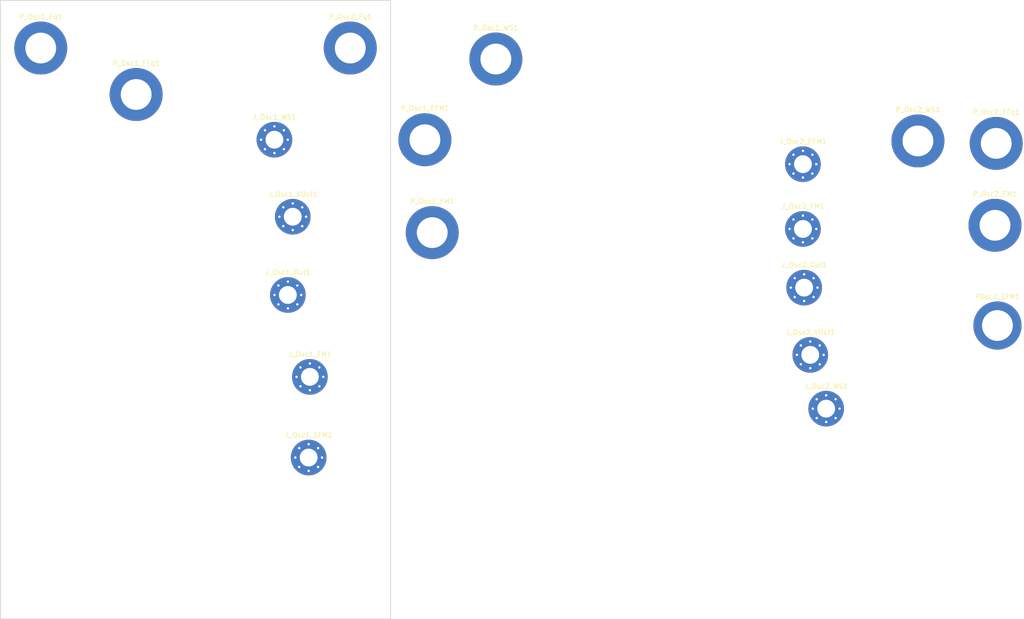
<source format=kicad_pcb>
(kicad_pcb (version 4) (host pcbnew 4.0.4-stable)

  (general
    (links 0)
    (no_connects 0)
    (area 0 0 0 0)
    (thickness 1.6)
    (drawings 4)
    (tracks 0)
    (zones 0)
    (modules 20)
    (nets 1)
  )

  (page A4)
  (layers
    (0 F.Cu signal)
    (31 B.Cu signal)
    (32 B.Adhes user)
    (33 F.Adhes user)
    (34 B.Paste user)
    (35 F.Paste user)
    (36 B.SilkS user)
    (37 F.SilkS user)
    (38 B.Mask user)
    (39 F.Mask user)
    (40 Dwgs.User user)
    (41 Cmts.User user)
    (42 Eco1.User user)
    (43 Eco2.User user)
    (44 Edge.Cuts user)
    (45 Margin user)
    (46 B.CrtYd user)
    (47 F.CrtYd user)
    (48 B.Fab user)
    (49 F.Fab user)
  )

  (setup
    (last_trace_width 0.25)
    (trace_clearance 0.2)
    (zone_clearance 0.508)
    (zone_45_only no)
    (trace_min 0.2)
    (segment_width 0.2)
    (edge_width 0.15)
    (via_size 0.6)
    (via_drill 0.4)
    (via_min_size 0.4)
    (via_min_drill 0.3)
    (uvia_size 0.3)
    (uvia_drill 0.1)
    (uvias_allowed no)
    (uvia_min_size 0.2)
    (uvia_min_drill 0.1)
    (pcb_text_width 0.3)
    (pcb_text_size 1.5 1.5)
    (mod_edge_width 0.15)
    (mod_text_size 1 1)
    (mod_text_width 0.15)
    (pad_size 1.524 1.524)
    (pad_drill 0.762)
    (pad_to_mask_clearance 0.2)
    (aux_axis_origin 0 0)
    (visible_elements FFFFFF7F)
    (pcbplotparams
      (layerselection 0x00030_80000001)
      (usegerberextensions false)
      (excludeedgelayer true)
      (linewidth 0.100000)
      (plotframeref false)
      (viasonmask false)
      (mode 1)
      (useauxorigin false)
      (hpglpennumber 1)
      (hpglpenspeed 20)
      (hpglpendiameter 15)
      (hpglpenoverlay 2)
      (psnegative false)
      (psa4output false)
      (plotreference true)
      (plotvalue true)
      (plotinvisibletext false)
      (padsonsilk false)
      (subtractmaskfromsilk false)
      (outputformat 1)
      (mirror false)
      (drillshape 1)
      (scaleselection 1)
      (outputdirectory ""))
  )

  (net 0 "")

  (net_class Default "This is the default net class."
    (clearance 0.2)
    (trace_width 0.25)
    (via_dia 0.6)
    (via_drill 0.4)
    (uvia_dia 0.3)
    (uvia_drill 0.1)
  )

  (module Mounting_Holes:MountingHole_3.7mm_Pad_Via (layer F.Cu) (tedit 56DDBE44) (tstamp 58BC7270)
    (at 92.964 123.19)
    (descr "Mounting Hole 3.7mm")
    (tags "mounting hole 3.7mm")
    (path /58BC7497)
    (fp_text reference J_Osc1_EFM1 (at 0 -4.7) (layer F.SilkS)
      (effects (font (size 1 1) (thickness 0.15)))
    )
    (fp_text value CONN_01X01 (at 0 4.7) (layer F.Fab)
      (effects (font (size 1 1) (thickness 0.15)))
    )
    (fp_circle (center 0 0) (end 3.7 0) (layer Cmts.User) (width 0.15))
    (fp_circle (center 0 0) (end 3.95 0) (layer F.CrtYd) (width 0.05))
    (pad 1 thru_hole circle (at 0 0) (size 7.4 7.4) (drill 3.7) (layers *.Cu *.Mask))
    (pad "" thru_hole circle (at 2.775 0) (size 0.6 0.6) (drill 0.5) (layers *.Cu *.Mask))
    (pad "" thru_hole circle (at 1.962221 1.962221) (size 0.6 0.6) (drill 0.5) (layers *.Cu *.Mask))
    (pad "" thru_hole circle (at 0 2.775) (size 0.6 0.6) (drill 0.5) (layers *.Cu *.Mask))
    (pad "" thru_hole circle (at -1.962221 1.962221) (size 0.6 0.6) (drill 0.5) (layers *.Cu *.Mask))
    (pad "" thru_hole circle (at -2.775 0) (size 0.6 0.6) (drill 0.5) (layers *.Cu *.Mask))
    (pad "" thru_hole circle (at -1.962221 -1.962221) (size 0.6 0.6) (drill 0.5) (layers *.Cu *.Mask))
    (pad "" thru_hole circle (at 0 -2.775) (size 0.6 0.6) (drill 0.5) (layers *.Cu *.Mask))
    (pad "" thru_hole circle (at 1.962221 -1.962221) (size 0.6 0.6) (drill 0.5) (layers *.Cu *.Mask))
  )

  (module Mounting_Holes:MountingHole_3.7mm_Pad_Via (layer F.Cu) (tedit 56DDBE44) (tstamp 58BC727F)
    (at 93.218 106.426)
    (descr "Mounting Hole 3.7mm")
    (tags "mounting hole 3.7mm")
    (path /58BC74E9)
    (fp_text reference J_Osc1_FM1 (at 0 -4.7) (layer F.SilkS)
      (effects (font (size 1 1) (thickness 0.15)))
    )
    (fp_text value CONN_01X01 (at 0 4.7) (layer F.Fab)
      (effects (font (size 1 1) (thickness 0.15)))
    )
    (fp_circle (center 0 0) (end 3.7 0) (layer Cmts.User) (width 0.15))
    (fp_circle (center 0 0) (end 3.95 0) (layer F.CrtYd) (width 0.05))
    (pad 1 thru_hole circle (at 0 0) (size 7.4 7.4) (drill 3.7) (layers *.Cu *.Mask))
    (pad "" thru_hole circle (at 2.775 0) (size 0.6 0.6) (drill 0.5) (layers *.Cu *.Mask))
    (pad "" thru_hole circle (at 1.962221 1.962221) (size 0.6 0.6) (drill 0.5) (layers *.Cu *.Mask))
    (pad "" thru_hole circle (at 0 2.775) (size 0.6 0.6) (drill 0.5) (layers *.Cu *.Mask))
    (pad "" thru_hole circle (at -1.962221 1.962221) (size 0.6 0.6) (drill 0.5) (layers *.Cu *.Mask))
    (pad "" thru_hole circle (at -2.775 0) (size 0.6 0.6) (drill 0.5) (layers *.Cu *.Mask))
    (pad "" thru_hole circle (at -1.962221 -1.962221) (size 0.6 0.6) (drill 0.5) (layers *.Cu *.Mask))
    (pad "" thru_hole circle (at 0 -2.775) (size 0.6 0.6) (drill 0.5) (layers *.Cu *.Mask))
    (pad "" thru_hole circle (at 1.962221 -1.962221) (size 0.6 0.6) (drill 0.5) (layers *.Cu *.Mask))
  )

  (module Mounting_Holes:MountingHole_3.7mm_Pad_Via (layer F.Cu) (tedit 56DDBE44) (tstamp 58BC728E)
    (at 88.646 89.408)
    (descr "Mounting Hole 3.7mm")
    (tags "mounting hole 3.7mm")
    (path /58BC7594)
    (fp_text reference J_Osc1_Out1 (at 0 -4.7) (layer F.SilkS)
      (effects (font (size 1 1) (thickness 0.15)))
    )
    (fp_text value CONN_01X01 (at 0 4.7) (layer F.Fab)
      (effects (font (size 1 1) (thickness 0.15)))
    )
    (fp_circle (center 0 0) (end 3.7 0) (layer Cmts.User) (width 0.15))
    (fp_circle (center 0 0) (end 3.95 0) (layer F.CrtYd) (width 0.05))
    (pad 1 thru_hole circle (at 0 0) (size 7.4 7.4) (drill 3.7) (layers *.Cu *.Mask))
    (pad "" thru_hole circle (at 2.775 0) (size 0.6 0.6) (drill 0.5) (layers *.Cu *.Mask))
    (pad "" thru_hole circle (at 1.962221 1.962221) (size 0.6 0.6) (drill 0.5) (layers *.Cu *.Mask))
    (pad "" thru_hole circle (at 0 2.775) (size 0.6 0.6) (drill 0.5) (layers *.Cu *.Mask))
    (pad "" thru_hole circle (at -1.962221 1.962221) (size 0.6 0.6) (drill 0.5) (layers *.Cu *.Mask))
    (pad "" thru_hole circle (at -2.775 0) (size 0.6 0.6) (drill 0.5) (layers *.Cu *.Mask))
    (pad "" thru_hole circle (at -1.962221 -1.962221) (size 0.6 0.6) (drill 0.5) (layers *.Cu *.Mask))
    (pad "" thru_hole circle (at 0 -2.775) (size 0.6 0.6) (drill 0.5) (layers *.Cu *.Mask))
    (pad "" thru_hole circle (at 1.962221 -1.962221) (size 0.6 0.6) (drill 0.5) (layers *.Cu *.Mask))
  )

  (module Mounting_Holes:MountingHole_3.7mm_Pad_Via (layer F.Cu) (tedit 56DDBE44) (tstamp 58BC729D)
    (at 89.662 73.152)
    (descr "Mounting Hole 3.7mm")
    (tags "mounting hole 3.7mm")
    (path /58BC753C)
    (fp_text reference J_Osc1_VOct1 (at 0 -4.7) (layer F.SilkS)
      (effects (font (size 1 1) (thickness 0.15)))
    )
    (fp_text value CONN_01X01 (at 0 4.7) (layer F.Fab)
      (effects (font (size 1 1) (thickness 0.15)))
    )
    (fp_circle (center 0 0) (end 3.7 0) (layer Cmts.User) (width 0.15))
    (fp_circle (center 0 0) (end 3.95 0) (layer F.CrtYd) (width 0.05))
    (pad 1 thru_hole circle (at 0 0) (size 7.4 7.4) (drill 3.7) (layers *.Cu *.Mask))
    (pad "" thru_hole circle (at 2.775 0) (size 0.6 0.6) (drill 0.5) (layers *.Cu *.Mask))
    (pad "" thru_hole circle (at 1.962221 1.962221) (size 0.6 0.6) (drill 0.5) (layers *.Cu *.Mask))
    (pad "" thru_hole circle (at 0 2.775) (size 0.6 0.6) (drill 0.5) (layers *.Cu *.Mask))
    (pad "" thru_hole circle (at -1.962221 1.962221) (size 0.6 0.6) (drill 0.5) (layers *.Cu *.Mask))
    (pad "" thru_hole circle (at -2.775 0) (size 0.6 0.6) (drill 0.5) (layers *.Cu *.Mask))
    (pad "" thru_hole circle (at -1.962221 -1.962221) (size 0.6 0.6) (drill 0.5) (layers *.Cu *.Mask))
    (pad "" thru_hole circle (at 0 -2.775) (size 0.6 0.6) (drill 0.5) (layers *.Cu *.Mask))
    (pad "" thru_hole circle (at 1.962221 -1.962221) (size 0.6 0.6) (drill 0.5) (layers *.Cu *.Mask))
  )

  (module Mounting_Holes:MountingHole_3.7mm_Pad_Via (layer F.Cu) (tedit 56DDBE44) (tstamp 58BC72AC)
    (at 85.852 57.15)
    (descr "Mounting Hole 3.7mm")
    (tags "mounting hole 3.7mm")
    (path /58BC743E)
    (fp_text reference J_Osc1_WS1 (at 0 -4.7) (layer F.SilkS)
      (effects (font (size 1 1) (thickness 0.15)))
    )
    (fp_text value CONN_01X01 (at 0 4.7) (layer F.Fab)
      (effects (font (size 1 1) (thickness 0.15)))
    )
    (fp_circle (center 0 0) (end 3.7 0) (layer Cmts.User) (width 0.15))
    (fp_circle (center 0 0) (end 3.95 0) (layer F.CrtYd) (width 0.05))
    (pad 1 thru_hole circle (at 0 0) (size 7.4 7.4) (drill 3.7) (layers *.Cu *.Mask))
    (pad "" thru_hole circle (at 2.775 0) (size 0.6 0.6) (drill 0.5) (layers *.Cu *.Mask))
    (pad "" thru_hole circle (at 1.962221 1.962221) (size 0.6 0.6) (drill 0.5) (layers *.Cu *.Mask))
    (pad "" thru_hole circle (at 0 2.775) (size 0.6 0.6) (drill 0.5) (layers *.Cu *.Mask))
    (pad "" thru_hole circle (at -1.962221 1.962221) (size 0.6 0.6) (drill 0.5) (layers *.Cu *.Mask))
    (pad "" thru_hole circle (at -2.775 0) (size 0.6 0.6) (drill 0.5) (layers *.Cu *.Mask))
    (pad "" thru_hole circle (at -1.962221 -1.962221) (size 0.6 0.6) (drill 0.5) (layers *.Cu *.Mask))
    (pad "" thru_hole circle (at 0 -2.775) (size 0.6 0.6) (drill 0.5) (layers *.Cu *.Mask))
    (pad "" thru_hole circle (at 1.962221 -1.962221) (size 0.6 0.6) (drill 0.5) (layers *.Cu *.Mask))
  )

  (module Mounting_Holes:MountingHole_3.7mm_Pad_Via (layer F.Cu) (tedit 56DDBE44) (tstamp 58BC72BB)
    (at 195.58 62.23)
    (descr "Mounting Hole 3.7mm")
    (tags "mounting hole 3.7mm")
    (path /58BC7717)
    (fp_text reference J_Osc2_EFM1 (at 0 -4.7) (layer F.SilkS)
      (effects (font (size 1 1) (thickness 0.15)))
    )
    (fp_text value CONN_01X01 (at 0 4.7) (layer F.Fab)
      (effects (font (size 1 1) (thickness 0.15)))
    )
    (fp_circle (center 0 0) (end 3.7 0) (layer Cmts.User) (width 0.15))
    (fp_circle (center 0 0) (end 3.95 0) (layer F.CrtYd) (width 0.05))
    (pad 1 thru_hole circle (at 0 0) (size 7.4 7.4) (drill 3.7) (layers *.Cu *.Mask))
    (pad "" thru_hole circle (at 2.775 0) (size 0.6 0.6) (drill 0.5) (layers *.Cu *.Mask))
    (pad "" thru_hole circle (at 1.962221 1.962221) (size 0.6 0.6) (drill 0.5) (layers *.Cu *.Mask))
    (pad "" thru_hole circle (at 0 2.775) (size 0.6 0.6) (drill 0.5) (layers *.Cu *.Mask))
    (pad "" thru_hole circle (at -1.962221 1.962221) (size 0.6 0.6) (drill 0.5) (layers *.Cu *.Mask))
    (pad "" thru_hole circle (at -2.775 0) (size 0.6 0.6) (drill 0.5) (layers *.Cu *.Mask))
    (pad "" thru_hole circle (at -1.962221 -1.962221) (size 0.6 0.6) (drill 0.5) (layers *.Cu *.Mask))
    (pad "" thru_hole circle (at 0 -2.775) (size 0.6 0.6) (drill 0.5) (layers *.Cu *.Mask))
    (pad "" thru_hole circle (at 1.962221 -1.962221) (size 0.6 0.6) (drill 0.5) (layers *.Cu *.Mask))
  )

  (module Mounting_Holes:MountingHole_3.7mm_Pad_Via (layer F.Cu) (tedit 56DDBE44) (tstamp 58BC72CA)
    (at 195.58 75.692)
    (descr "Mounting Hole 3.7mm")
    (tags "mounting hole 3.7mm")
    (path /58BC7774)
    (fp_text reference J_Osc2_FM1 (at 0 -4.7) (layer F.SilkS)
      (effects (font (size 1 1) (thickness 0.15)))
    )
    (fp_text value CONN_01X01 (at 0 4.7) (layer F.Fab)
      (effects (font (size 1 1) (thickness 0.15)))
    )
    (fp_circle (center 0 0) (end 3.7 0) (layer Cmts.User) (width 0.15))
    (fp_circle (center 0 0) (end 3.95 0) (layer F.CrtYd) (width 0.05))
    (pad 1 thru_hole circle (at 0 0) (size 7.4 7.4) (drill 3.7) (layers *.Cu *.Mask))
    (pad "" thru_hole circle (at 2.775 0) (size 0.6 0.6) (drill 0.5) (layers *.Cu *.Mask))
    (pad "" thru_hole circle (at 1.962221 1.962221) (size 0.6 0.6) (drill 0.5) (layers *.Cu *.Mask))
    (pad "" thru_hole circle (at 0 2.775) (size 0.6 0.6) (drill 0.5) (layers *.Cu *.Mask))
    (pad "" thru_hole circle (at -1.962221 1.962221) (size 0.6 0.6) (drill 0.5) (layers *.Cu *.Mask))
    (pad "" thru_hole circle (at -2.775 0) (size 0.6 0.6) (drill 0.5) (layers *.Cu *.Mask))
    (pad "" thru_hole circle (at -1.962221 -1.962221) (size 0.6 0.6) (drill 0.5) (layers *.Cu *.Mask))
    (pad "" thru_hole circle (at 0 -2.775) (size 0.6 0.6) (drill 0.5) (layers *.Cu *.Mask))
    (pad "" thru_hole circle (at 1.962221 -1.962221) (size 0.6 0.6) (drill 0.5) (layers *.Cu *.Mask))
  )

  (module Mounting_Holes:MountingHole_3.7mm_Pad_Via (layer F.Cu) (tedit 56DDBE44) (tstamp 58BC72D9)
    (at 195.834 87.884)
    (descr "Mounting Hole 3.7mm")
    (tags "mounting hole 3.7mm")
    (path /58BC783D)
    (fp_text reference J_Osc2_Out1 (at 0 -4.7) (layer F.SilkS)
      (effects (font (size 1 1) (thickness 0.15)))
    )
    (fp_text value CONN_01X01 (at 0 4.7) (layer F.Fab)
      (effects (font (size 1 1) (thickness 0.15)))
    )
    (fp_circle (center 0 0) (end 3.7 0) (layer Cmts.User) (width 0.15))
    (fp_circle (center 0 0) (end 3.95 0) (layer F.CrtYd) (width 0.05))
    (pad 1 thru_hole circle (at 0 0) (size 7.4 7.4) (drill 3.7) (layers *.Cu *.Mask))
    (pad "" thru_hole circle (at 2.775 0) (size 0.6 0.6) (drill 0.5) (layers *.Cu *.Mask))
    (pad "" thru_hole circle (at 1.962221 1.962221) (size 0.6 0.6) (drill 0.5) (layers *.Cu *.Mask))
    (pad "" thru_hole circle (at 0 2.775) (size 0.6 0.6) (drill 0.5) (layers *.Cu *.Mask))
    (pad "" thru_hole circle (at -1.962221 1.962221) (size 0.6 0.6) (drill 0.5) (layers *.Cu *.Mask))
    (pad "" thru_hole circle (at -2.775 0) (size 0.6 0.6) (drill 0.5) (layers *.Cu *.Mask))
    (pad "" thru_hole circle (at -1.962221 -1.962221) (size 0.6 0.6) (drill 0.5) (layers *.Cu *.Mask))
    (pad "" thru_hole circle (at 0 -2.775) (size 0.6 0.6) (drill 0.5) (layers *.Cu *.Mask))
    (pad "" thru_hole circle (at 1.962221 -1.962221) (size 0.6 0.6) (drill 0.5) (layers *.Cu *.Mask))
  )

  (module Mounting_Holes:MountingHole_3.7mm_Pad_Via (layer F.Cu) (tedit 56DDBE44) (tstamp 58BC72E8)
    (at 197.104 101.854)
    (descr "Mounting Hole 3.7mm")
    (tags "mounting hole 3.7mm")
    (path /58BC77D8)
    (fp_text reference J_Osc2_VOct1 (at 0 -4.7) (layer F.SilkS)
      (effects (font (size 1 1) (thickness 0.15)))
    )
    (fp_text value CONN_01X01 (at 0 4.7) (layer F.Fab)
      (effects (font (size 1 1) (thickness 0.15)))
    )
    (fp_circle (center 0 0) (end 3.7 0) (layer Cmts.User) (width 0.15))
    (fp_circle (center 0 0) (end 3.95 0) (layer F.CrtYd) (width 0.05))
    (pad 1 thru_hole circle (at 0 0) (size 7.4 7.4) (drill 3.7) (layers *.Cu *.Mask))
    (pad "" thru_hole circle (at 2.775 0) (size 0.6 0.6) (drill 0.5) (layers *.Cu *.Mask))
    (pad "" thru_hole circle (at 1.962221 1.962221) (size 0.6 0.6) (drill 0.5) (layers *.Cu *.Mask))
    (pad "" thru_hole circle (at 0 2.775) (size 0.6 0.6) (drill 0.5) (layers *.Cu *.Mask))
    (pad "" thru_hole circle (at -1.962221 1.962221) (size 0.6 0.6) (drill 0.5) (layers *.Cu *.Mask))
    (pad "" thru_hole circle (at -2.775 0) (size 0.6 0.6) (drill 0.5) (layers *.Cu *.Mask))
    (pad "" thru_hole circle (at -1.962221 -1.962221) (size 0.6 0.6) (drill 0.5) (layers *.Cu *.Mask))
    (pad "" thru_hole circle (at 0 -2.775) (size 0.6 0.6) (drill 0.5) (layers *.Cu *.Mask))
    (pad "" thru_hole circle (at 1.962221 -1.962221) (size 0.6 0.6) (drill 0.5) (layers *.Cu *.Mask))
  )

  (module Mounting_Holes:MountingHole_3.7mm_Pad_Via (layer F.Cu) (tedit 56DDBE44) (tstamp 58BC72F7)
    (at 200.406 113.03)
    (descr "Mounting Hole 3.7mm")
    (tags "mounting hole 3.7mm")
    (path /58BC76C3)
    (fp_text reference J_Osc2_WS1 (at 0 -4.7) (layer F.SilkS)
      (effects (font (size 1 1) (thickness 0.15)))
    )
    (fp_text value CONN_01X01 (at 0 4.7) (layer F.Fab)
      (effects (font (size 1 1) (thickness 0.15)))
    )
    (fp_circle (center 0 0) (end 3.7 0) (layer Cmts.User) (width 0.15))
    (fp_circle (center 0 0) (end 3.95 0) (layer F.CrtYd) (width 0.05))
    (pad 1 thru_hole circle (at 0 0) (size 7.4 7.4) (drill 3.7) (layers *.Cu *.Mask))
    (pad "" thru_hole circle (at 2.775 0) (size 0.6 0.6) (drill 0.5) (layers *.Cu *.Mask))
    (pad "" thru_hole circle (at 1.962221 1.962221) (size 0.6 0.6) (drill 0.5) (layers *.Cu *.Mask))
    (pad "" thru_hole circle (at 0 2.775) (size 0.6 0.6) (drill 0.5) (layers *.Cu *.Mask))
    (pad "" thru_hole circle (at -1.962221 1.962221) (size 0.6 0.6) (drill 0.5) (layers *.Cu *.Mask))
    (pad "" thru_hole circle (at -2.775 0) (size 0.6 0.6) (drill 0.5) (layers *.Cu *.Mask))
    (pad "" thru_hole circle (at -1.962221 -1.962221) (size 0.6 0.6) (drill 0.5) (layers *.Cu *.Mask))
    (pad "" thru_hole circle (at 0 -2.775) (size 0.6 0.6) (drill 0.5) (layers *.Cu *.Mask))
    (pad "" thru_hole circle (at 1.962221 -1.962221) (size 0.6 0.6) (drill 0.5) (layers *.Cu *.Mask))
  )

  (module Mounting_Holes:MountingHole_6.4mm_M6_DIN965_Pad (layer F.Cu) (tedit 56D1B4CB) (tstamp 58BC72FE)
    (at 117.094 57.15)
    (descr "Mounting Hole 6.4mm, M6, DIN965")
    (tags "mounting hole 6.4mm m6 din965")
    (path /58BC6C04)
    (fp_text reference P_Osc1_EFM1 (at 0 -6.5) (layer F.SilkS)
      (effects (font (size 1 1) (thickness 0.15)))
    )
    (fp_text value CONN_01X01 (at 0 6.5) (layer F.Fab)
      (effects (font (size 1 1) (thickness 0.15)))
    )
    (fp_circle (center 0 0) (end 5.5 0) (layer Cmts.User) (width 0.15))
    (fp_circle (center 0 0) (end 5.75 0) (layer F.CrtYd) (width 0.05))
    (pad 1 thru_hole circle (at 0 0) (size 11 11) (drill 6.4) (layers *.Cu *.Mask))
  )

  (module Mounting_Holes:MountingHole_6.4mm_M6_DIN965_Pad (layer F.Cu) (tedit 56D1B4CB) (tstamp 58BC7305)
    (at 57.15 47.752)
    (descr "Mounting Hole 6.4mm, M6, DIN965")
    (tags "mounting hole 6.4mm m6 din965")
    (path /58BC6BBF)
    (fp_text reference P_Osc1_FFq1 (at 0 -6.5) (layer F.SilkS)
      (effects (font (size 1 1) (thickness 0.15)))
    )
    (fp_text value CONN_01X01 (at 0 6.5) (layer F.Fab)
      (effects (font (size 1 1) (thickness 0.15)))
    )
    (fp_circle (center 0 0) (end 5.5 0) (layer Cmts.User) (width 0.15))
    (fp_circle (center 0 0) (end 5.75 0) (layer F.CrtYd) (width 0.05))
    (pad 1 thru_hole circle (at 0 0) (size 11 11) (drill 6.4) (layers *.Cu *.Mask))
  )

  (module Mounting_Holes:MountingHole_6.4mm_M6_DIN965_Pad (layer F.Cu) (tedit 56D1B4CB) (tstamp 58BC730C)
    (at 118.618 76.454)
    (descr "Mounting Hole 6.4mm, M6, DIN965")
    (tags "mounting hole 6.4mm m6 din965")
    (path /58BC6C2A)
    (fp_text reference P_Osc1_FM1 (at 0 -6.5) (layer F.SilkS)
      (effects (font (size 1 1) (thickness 0.15)))
    )
    (fp_text value CONN_01X01 (at 0 6.5) (layer F.Fab)
      (effects (font (size 1 1) (thickness 0.15)))
    )
    (fp_circle (center 0 0) (end 5.5 0) (layer Cmts.User) (width 0.15))
    (fp_circle (center 0 0) (end 5.75 0) (layer F.CrtYd) (width 0.05))
    (pad 1 thru_hole circle (at 0 0) (size 11 11) (drill 6.4) (layers *.Cu *.Mask))
  )

  (module Mounting_Holes:MountingHole_6.4mm_M6_DIN965_Pad (layer F.Cu) (tedit 56D1B4CB) (tstamp 58BC7313)
    (at 37.338 38.1)
    (descr "Mounting Hole 6.4mm, M6, DIN965")
    (tags "mounting hole 6.4mm m6 din965")
    (path /58BC6B5C)
    (fp_text reference P_Osc1_Fq1 (at 0 -6.5) (layer F.SilkS)
      (effects (font (size 1 1) (thickness 0.15)))
    )
    (fp_text value CONN_01X01 (at 0 6.5) (layer F.Fab)
      (effects (font (size 1 1) (thickness 0.15)))
    )
    (fp_circle (center 0 0) (end 5.5 0) (layer Cmts.User) (width 0.15))
    (fp_circle (center 0 0) (end 5.75 0) (layer F.CrtYd) (width 0.05))
    (pad 1 thru_hole circle (at 0 0) (size 11 11) (drill 6.4) (layers *.Cu *.Mask))
  )

  (module Mounting_Holes:MountingHole_6.4mm_M6_DIN965_Pad (layer F.Cu) (tedit 56D1B4CB) (tstamp 58BC731A)
    (at 131.826 40.386)
    (descr "Mounting Hole 6.4mm, M6, DIN965")
    (tags "mounting hole 6.4mm m6 din965")
    (path /58BC6BDD)
    (fp_text reference P_Osc1_WS1 (at 0 -6.5) (layer F.SilkS)
      (effects (font (size 1 1) (thickness 0.15)))
    )
    (fp_text value CONN_01X01 (at 0 6.5) (layer F.Fab)
      (effects (font (size 1 1) (thickness 0.15)))
    )
    (fp_circle (center 0 0) (end 5.5 0) (layer Cmts.User) (width 0.15))
    (fp_circle (center 0 0) (end 5.75 0) (layer F.CrtYd) (width 0.05))
    (pad 1 thru_hole circle (at 0 0) (size 11 11) (drill 6.4) (layers *.Cu *.Mask))
  )

  (module Mounting_Holes:MountingHole_6.4mm_M6_DIN965_Pad (layer F.Cu) (tedit 56D1B4CB) (tstamp 58BC7321)
    (at 235.712 57.912)
    (descr "Mounting Hole 6.4mm, M6, DIN965")
    (tags "mounting hole 6.4mm m6 din965")
    (path /58BC6C8F)
    (fp_text reference P_Osc2_FFq1 (at 0 -6.5) (layer F.SilkS)
      (effects (font (size 1 1) (thickness 0.15)))
    )
    (fp_text value CONN_01X01 (at 0 6.5) (layer F.Fab)
      (effects (font (size 1 1) (thickness 0.15)))
    )
    (fp_circle (center 0 0) (end 5.5 0) (layer Cmts.User) (width 0.15))
    (fp_circle (center 0 0) (end 5.75 0) (layer F.CrtYd) (width 0.05))
    (pad 1 thru_hole circle (at 0 0) (size 11 11) (drill 6.4) (layers *.Cu *.Mask))
  )

  (module Mounting_Holes:MountingHole_6.4mm_M6_DIN965_Pad (layer F.Cu) (tedit 56D1B4CB) (tstamp 58BC7328)
    (at 235.458 74.93)
    (descr "Mounting Hole 6.4mm, M6, DIN965")
    (tags "mounting hole 6.4mm m6 din965")
    (path /58BC6D4B)
    (fp_text reference P_Osc2_FM1 (at 0 -6.5) (layer F.SilkS)
      (effects (font (size 1 1) (thickness 0.15)))
    )
    (fp_text value CONN_01X01 (at 0 6.5) (layer F.Fab)
      (effects (font (size 1 1) (thickness 0.15)))
    )
    (fp_circle (center 0 0) (end 5.5 0) (layer Cmts.User) (width 0.15))
    (fp_circle (center 0 0) (end 5.75 0) (layer F.CrtYd) (width 0.05))
    (pad 1 thru_hole circle (at 0 0) (size 11 11) (drill 6.4) (layers *.Cu *.Mask))
  )

  (module Mounting_Holes:MountingHole_6.4mm_M6_DIN965_Pad (layer F.Cu) (tedit 56D1B4CB) (tstamp 58BC732F)
    (at 101.6 38.1)
    (descr "Mounting Hole 6.4mm, M6, DIN965")
    (tags "mounting hole 6.4mm m6 din965")
    (path /58BC6C53)
    (fp_text reference P_Osc2_Fq1 (at 0 -6.5) (layer F.SilkS)
      (effects (font (size 1 1) (thickness 0.15)))
    )
    (fp_text value CONN_01X01 (at 0 6.5) (layer F.Fab)
      (effects (font (size 1 1) (thickness 0.15)))
    )
    (fp_circle (center 0 0) (end 5.5 0) (layer Cmts.User) (width 0.15))
    (fp_circle (center 0 0) (end 5.75 0) (layer F.CrtYd) (width 0.05))
    (pad 1 thru_hole circle (at 0 0) (size 11 11) (drill 6.4) (layers *.Cu *.Mask))
  )

  (module Mounting_Holes:MountingHole_6.4mm_M6_DIN965_Pad (layer F.Cu) (tedit 56D1B4CB) (tstamp 58BC7336)
    (at 219.456 57.404)
    (descr "Mounting Hole 6.4mm, M6, DIN965")
    (tags "mounting hole 6.4mm m6 din965")
    (path /58BC6CD6)
    (fp_text reference P_Osc2_WS1 (at 0 -6.5) (layer F.SilkS)
      (effects (font (size 1 1) (thickness 0.15)))
    )
    (fp_text value CONN_01X01 (at 0 6.5) (layer F.Fab)
      (effects (font (size 1 1) (thickness 0.15)))
    )
    (fp_circle (center 0 0) (end 5.5 0) (layer Cmts.User) (width 0.15))
    (fp_circle (center 0 0) (end 5.75 0) (layer F.CrtYd) (width 0.05))
    (pad 1 thru_hole circle (at 0 0) (size 11 11) (drill 6.4) (layers *.Cu *.Mask))
  )

  (module Mounting_Holes:MountingHole_6.4mm_M6_ISO14580_Pad (layer F.Cu) (tedit 56D1B4CB) (tstamp 58BC7484)
    (at 235.966 95.758)
    (descr "Mounting Hole 6.4mm, M6, ISO14580")
    (tags "mounting hole 6.4mm m6 iso14580")
    (path /58BC6D12)
    (fp_text reference POsc2_EFM1 (at 0 -6) (layer F.SilkS)
      (effects (font (size 1 1) (thickness 0.15)))
    )
    (fp_text value CONN_01X01 (at 0 6) (layer F.Fab)
      (effects (font (size 1 1) (thickness 0.15)))
    )
    (fp_circle (center 0 0) (end 5 0) (layer Cmts.User) (width 0.15))
    (fp_circle (center 0 0) (end 5.25 0) (layer F.CrtYd) (width 0.05))
    (pad 1 thru_hole circle (at 0 0) (size 10 10) (drill 6.4) (layers *.Cu *.Mask))
  )

  (gr_line (start 28.956 156.718) (end 28.956 28.194) (angle 90) (layer Edge.Cuts) (width 0.15))
  (gr_line (start 109.982 156.718) (end 28.956 156.718) (angle 90) (layer Edge.Cuts) (width 0.15))
  (gr_line (start 109.982 28.194) (end 109.982 156.718) (angle 90) (layer Edge.Cuts) (width 0.15))
  (gr_line (start 28.956 28.194) (end 109.982 28.194) (angle 90) (layer Edge.Cuts) (width 0.15))

)

</source>
